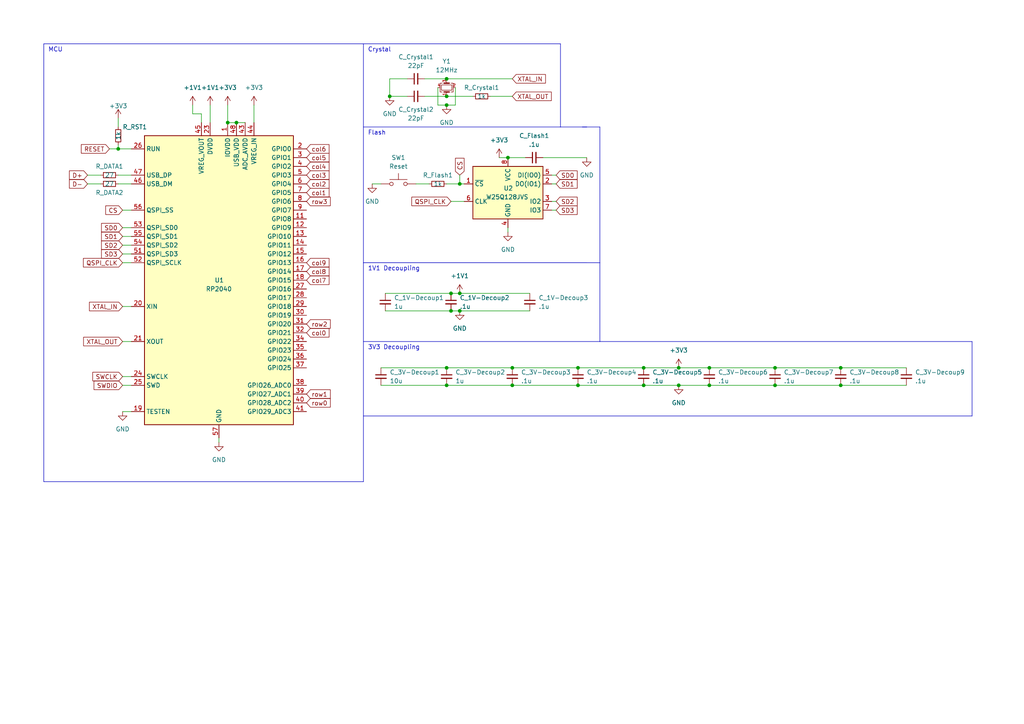
<source format=kicad_sch>
(kicad_sch (version 20230121) (generator eeschema)
  (paper "A4")
  (lib_symbols
    (symbol "Device:C_Small" (pin_numbers hide) (pin_names (offset 0.254) hide)
      (property "Reference" "C" (at 0.254 1.778 0))
      (property "Value" "C_Small" (at 0.254 -2.032 0))
      (symbol "C_Small_0_1"
        (polyline (pts (xy -1.524 -0.508) (xy 1.524 -0.508)) (stroke (width 0.3302)))
        (polyline (pts (xy -1.524 0.508) (xy 1.524 0.508)) (stroke (width 0.3048)))
      )
      (symbol "C_Small_1_1"
        (pin passive line (at 0 2.54 270) (length 2.032) (name "~") (number "1"))
        (pin passive line (at 0 -2.54 90) (length 2.032) (name "~") (number "2"))
      )
    )
    (symbol "Device:Crystal_GND24_Small" (pin_names (offset 1.016) hide)
      (property "Reference" "Y" (at 1.27 4.445 0))
      (property "Value" "Crystal_GND24_Small" (at 1.27 2.54 0))
      (symbol "Crystal_GND24_Small_0_1"
        (rectangle (start -0.762 -1.524) (end 0.762 1.524))
        (polyline (pts (xy -1.27 -0.762) (xy -1.27 0.762)) (stroke (width 0.381)))
        (polyline (pts (xy 1.27 -0.762) (xy 1.27 0.762)) (stroke (width 0.381)))
        (polyline (pts (xy -1.27 -1.27) (xy -1.27 -1.905) (xy 1.27 -1.905) (xy 1.27 -1.27)))
        (polyline (pts (xy -1.27 1.27) (xy -1.27 1.905) (xy 1.27 1.905) (xy 1.27 1.27)))
      )
      (symbol "Crystal_GND24_Small_1_1"
        (pin passive line (at -2.54 0 0) (length 1.27) (name "1") (number "1"))
        (pin passive line (at 0 -2.54 90) (length 0.635) (name "2") (number "2"))
        (pin passive line (at 2.54 0 180) (length 1.27) (name "3") (number "3"))
        (pin passive line (at 0 2.54 270) (length 0.635) (name "4") (number "4"))
      )
    )
    (symbol "Device:R_Small" (pin_numbers hide) (pin_names (offset 0.254) hide)
      (property "Reference" "R" (at 0.762 0.508 0))
      (property "Value" "R_Small" (at 0.762 -1.016 0))
      (symbol "R_Small_0_1"
        (rectangle (start -0.762 1.778) (end 0.762 -1.778) (stroke (width 0.2032)))
      )
      (symbol "R_Small_1_1"
        (pin passive line (at 0 2.54 270) (length 0.762) (name "~") (number "1"))
        (pin passive line (at 0 -2.54 90) (length 0.762) (name "~") (number "2"))
      )
    )
    (symbol "MCU_RaspberryPi:RP2040"
      (property "Reference" "U" (at 17.78 45.72 0))
      (property "Value" "RP2040" (at 17.78 43.18 0))
      (symbol "RP2040_0_1"
        (rectangle (start -21.59 41.91) (end 21.59 -41.91) (stroke (width 0.254)) (fill (type background)))
      )
      (symbol "RP2040_1_1"
        (pin power_in line (at 2.54 45.72 270) (length 3.81) (name "IOVDD") (number "1"))
        (pin passive line (at 2.54 45.72 270) (length 3.81) hide (name "IOVDD") (number "10"))
        (pin bidirectional line (at 25.4 17.78 180) (length 3.81) (name "GPIO8") (number "11"))
        (pin bidirectional line (at 25.4 15.24 180) (length 3.81) (name "GPIO9") (number "12"))
        (pin bidirectional line (at 25.4 12.7 180) (length 3.81) (name "GPIO10") (number "13"))
        (pin bidirectional line (at 25.4 10.16 180) (length 3.81) (name "GPIO11") (number "14"))
        (pin bidirectional line (at 25.4 7.62 180) (length 3.81) (name "GPIO12") (number "15"))
        (pin bidirectional line (at 25.4 5.08 180) (length 3.81) (name "GPIO13") (number "16"))
        (pin bidirectional line (at 25.4 2.54 180) (length 3.81) (name "GPIO14") (number "17"))
        (pin bidirectional line (at 25.4 0 180) (length 3.81) (name "GPIO15") (number "18"))
        (pin input line (at -25.4 -38.1 0) (length 3.81) (name "TESTEN") (number "19"))
        (pin bidirectional line (at 25.4 38.1 180) (length 3.81) (name "GPIO0") (number "2"))
        (pin input line (at -25.4 -7.62 0) (length 3.81) (name "XIN") (number "20"))
        (pin passive line (at -25.4 -17.78 0) (length 3.81) (name "XOUT") (number "21"))
        (pin passive line (at 2.54 45.72 270) (length 3.81) hide (name "IOVDD") (number "22"))
        (pin power_in line (at -2.54 45.72 270) (length 3.81) (name "DVDD") (number "23"))
        (pin output line (at -25.4 -27.94 0) (length 3.81) (name "SWCLK") (number "24"))
        (pin bidirectional line (at -25.4 -30.48 0) (length 3.81) (name "SWD") (number "25"))
        (pin input line (at -25.4 38.1 0) (length 3.81) (name "RUN") (number "26"))
        (pin bidirectional line (at 25.4 -2.54 180) (length 3.81) (name "GPIO16") (number "27"))
        (pin bidirectional line (at 25.4 -5.08 180) (length 3.81) (name "GPIO17") (number "28"))
        (pin bidirectional line (at 25.4 -7.62 180) (length 3.81) (name "GPIO18") (number "29"))
        (pin bidirectional line (at 25.4 35.56 180) (length 3.81) (name "GPIO1") (number "3"))
        (pin bidirectional line (at 25.4 -10.16 180) (length 3.81) (name "GPIO19") (number "30"))
        (pin bidirectional line (at 25.4 -12.7 180) (length 3.81) (name "GPIO20") (number "31"))
        (pin bidirectional line (at 25.4 -15.24 180) (length 3.81) (name "GPIO21") (number "32"))
        (pin passive line (at 2.54 45.72 270) (length 3.81) hide (name "IOVDD") (number "33"))
        (pin bidirectional line (at 25.4 -17.78 180) (length 3.81) (name "GPIO22") (number "34"))
        (pin bidirectional line (at 25.4 -20.32 180) (length 3.81) (name "GPIO23") (number "35"))
        (pin bidirectional line (at 25.4 -22.86 180) (length 3.81) (name "GPIO24") (number "36"))
        (pin bidirectional line (at 25.4 -25.4 180) (length 3.81) (name "GPIO25") (number "37"))
        (pin bidirectional line (at 25.4 -30.48 180) (length 3.81) (name "GPIO26_ADC0") (number "38"))
        (pin bidirectional line (at 25.4 -33.02 180) (length 3.81) (name "GPIO27_ADC1") (number "39"))
        (pin bidirectional line (at 25.4 33.02 180) (length 3.81) (name "GPIO2") (number "4"))
        (pin bidirectional line (at 25.4 -35.56 180) (length 3.81) (name "GPIO28_ADC2") (number "40"))
        (pin bidirectional line (at 25.4 -38.1 180) (length 3.81) (name "GPIO29_ADC3") (number "41"))
        (pin passive line (at 2.54 45.72 270) (length 3.81) hide (name "IOVDD") (number "42"))
        (pin power_in line (at 7.62 45.72 270) (length 3.81) (name "ADC_AVDD") (number "43"))
        (pin power_in line (at 10.16 45.72 270) (length 3.81) (name "VREG_IN") (number "44"))
        (pin power_out line (at -5.08 45.72 270) (length 3.81) (name "VREG_VOUT") (number "45"))
        (pin bidirectional line (at -25.4 27.94 0) (length 3.81) (name "USB_DM") (number "46"))
        (pin bidirectional line (at -25.4 30.48 0) (length 3.81) (name "USB_DP") (number "47"))
        (pin power_in line (at 5.08 45.72 270) (length 3.81) (name "USB_VDD") (number "48"))
        (pin passive line (at 2.54 45.72 270) (length 3.81) hide (name "IOVDD") (number "49"))
        (pin bidirectional line (at 25.4 30.48 180) (length 3.81) (name "GPIO3") (number "5"))
        (pin passive line (at -2.54 45.72 270) (length 3.81) hide (name "DVDD") (number "50"))
        (pin bidirectional line (at -25.4 7.62 0) (length 3.81) (name "QSPI_SD3") (number "51"))
        (pin output line (at -25.4 5.08 0) (length 3.81) (name "QSPI_SCLK") (number "52"))
        (pin bidirectional line (at -25.4 15.24 0) (length 3.81) (name "QSPI_SD0") (number "53"))
        (pin bidirectional line (at -25.4 10.16 0) (length 3.81) (name "QSPI_SD2") (number "54"))
        (pin bidirectional line (at -25.4 12.7 0) (length 3.81) (name "QSPI_SD1") (number "55"))
        (pin bidirectional line (at -25.4 20.32 0) (length 3.81) (name "QSPI_SS") (number "56"))
        (pin power_in line (at 0 -45.72 90) (length 3.81) (name "GND") (number "57"))
        (pin bidirectional line (at 25.4 27.94 180) (length 3.81) (name "GPIO4") (number "6"))
        (pin bidirectional line (at 25.4 25.4 180) (length 3.81) (name "GPIO5") (number "7"))
        (pin bidirectional line (at 25.4 22.86 180) (length 3.81) (name "GPIO6") (number "8"))
        (pin bidirectional line (at 25.4 20.32 180) (length 3.81) (name "GPIO7") (number "9"))
      )
    )
    (symbol "Memory_Flash:W25Q128JVS"
      (property "Reference" "U" (at -8.89 8.89 0))
      (property "Value" "W25Q128JVS" (at 7.62 8.89 0))
      (symbol "W25Q128JVS_0_1"
        (rectangle (start -10.16 7.62) (end 10.16 -7.62) (stroke (width 0.254)) (fill (type background)))
      )
      (symbol "W25Q128JVS_1_1"
        (pin input line (at -12.7 2.54 0) (length 2.54) (name "~{CS}") (number "1"))
        (pin bidirectional line (at 12.7 2.54 180) (length 2.54) (name "DO(IO1)") (number "2"))
        (pin bidirectional line (at 12.7 -2.54 180) (length 2.54) (name "IO2") (number "3"))
        (pin power_in line (at 0 -10.16 90) (length 2.54) (name "GND") (number "4"))
        (pin bidirectional line (at 12.7 5.08 180) (length 2.54) (name "DI(IO0)") (number "5"))
        (pin input line (at -12.7 -2.54 0) (length 2.54) (name "CLK") (number "6"))
        (pin bidirectional line (at 12.7 -5.08 180) (length 2.54) (name "IO3") (number "7"))
        (pin power_in line (at 0 10.16 270) (length 2.54) (name "VCC") (number "8"))
      )
    )
    (symbol "Switch:SW_Push" (pin_numbers hide) (pin_names (offset 1.016) hide)
      (property "Reference" "SW" (at 1.27 2.54 0))
      (property "Value" "SW_Push" (at 0 -1.524 0))
      (symbol "SW_Push_0_1"
        (circle (center -2.032 0) (radius 0.508))
        (polyline (pts (xy 0 1.27) (xy 0 3.048)))
        (polyline (pts (xy 2.54 1.27) (xy -2.54 1.27)))
        (circle (center 2.032 0) (radius 0.508))
        (pin passive line (at -5.08 0 0) (length 2.54) (name "1") (number "1"))
        (pin passive line (at 5.08 0 180) (length 2.54) (name "2") (number "2"))
      )
    )
    (symbol "power:+1V1" (power) (pin_names (offset 0))
      (property "Value" "+1V1" (at 0 3.556 0))
      (symbol "+1V1_0_1"
        (polyline (pts (xy -0.762 1.27) (xy 0 2.54)))
        (polyline (pts (xy 0 0) (xy 0 2.54)))
        (polyline (pts (xy 0 2.54) (xy 0.762 1.27)))
      )
      (symbol "+1V1_1_1"
        (pin power_in line (at 0 0 90) (length 0) hide (name "+1V1") (number "1"))
      )
    )
    (symbol "power:+3V3" (power) (pin_names (offset 0))
      (property "Value" "+3V3" (at 0 3.556 0))
      (symbol "+3V3_0_1"
        (polyline (pts (xy -0.762 1.27) (xy 0 2.54)))
        (polyline (pts (xy 0 0) (xy 0 2.54)))
        (polyline (pts (xy 0 2.54) (xy 0.762 1.27)))
      )
      (symbol "+3V3_1_1"
        (pin power_in line (at 0 0 90) (length 0) hide (name "+3V3") (number "1"))
      )
    )
    (symbol "power:GND" (power) (pin_names (offset 0))
      (property "Value" "GND" (at 0 -3.81 0))
      (symbol "GND_0_1"
        (polyline (pts (xy 0 0) (xy 0 -1.27) (xy 1.27 -1.27) (xy 0 -2.54) (xy -1.27 -1.27) (xy 0 -1.27)))
      )
      (symbol "GND_1_1"
        (pin power_in line (at 0 0 270) (length 0) hide (name "GND") (number "1"))
      )
    )
  )
  (junction (at 243.84 111.76))
  (junction (at 130.81 85.09))
  (junction (at 129.54 111.76))
  (junction (at 130.81 90.17))
  (junction (at 196.85 111.76))
  (junction (at 148.59 111.76))
  (junction (at 129.54 22.86))
  (junction (at 133.35 85.09))
  (junction (at 167.64 106.68))
  (junction (at 129.54 30.48))
  (junction (at 196.85 106.68))
  (junction (at 186.69 111.76))
  (junction (at 205.74 106.68))
  (junction (at 147.32 45.72))
  (junction (at 129.54 27.94))
  (junction (at 113.03 27.94))
  (junction (at 243.84 106.68))
  (junction (at 224.79 106.68))
  (junction (at 148.59 106.68))
  (junction (at 133.35 90.17))
  (junction (at 205.74 111.76))
  (junction (at 224.79 111.76))
  (junction (at 186.69 106.68))
  (junction (at 129.54 106.68))
  (junction (at 167.64 111.76))
  (junction (at 66.04 35.56))
  (junction (at 34.29 43.18))
  (junction (at 68.58 35.56))
  (junction (at 133.35 53.34))
  (wire (pts (xy 35.56 66.04) (xy 38.1 66.04)))
  (polyline (pts (xy 162.56 36.83) (xy 105.41 36.83)))
  (polyline (pts (xy 105.41 76.2) (xy 173.99 76.2)))
  (wire (pts (xy 35.56 76.2) (xy 38.1 76.2)))
  (wire (pts (xy 129.54 111.76) (xy 148.59 111.76)))
  (wire (pts (xy 35.56 99.06) (xy 38.1 99.06)))
  (wire (pts (xy 66.04 35.56) (xy 68.58 35.56)))
  (wire (pts (xy 35.56 68.58) (xy 38.1 68.58)))
  (wire (pts (xy 142.24 27.94) (xy 148.59 27.94)))
  (wire (pts (xy 133.35 50.8) (xy 133.35 53.34)))
  (wire (pts (xy 133.35 53.34) (xy 134.62 53.34)))
  (wire (pts (xy 205.74 106.68) (xy 224.79 106.68)))
  (wire (pts (xy 55.88 30.48) (xy 55.88 33.02)))
  (wire (pts (xy 148.59 111.76) (xy 167.64 111.76)))
  (wire (pts (xy 107.95 53.34) (xy 110.49 53.34)))
  (wire (pts (xy 113.03 27.94) (xy 118.11 27.94)))
  (wire (pts (xy 160.02 60.96) (xy 161.29 60.96)))
  (wire (pts (xy 243.84 106.68) (xy 262.89 106.68)))
  (wire (pts (xy 127 25.4) (xy 127 30.48)))
  (wire (pts (xy 35.56 71.12) (xy 38.1 71.12)))
  (wire (pts (xy 31.75 43.18) (xy 34.29 43.18)))
  (polyline (pts (xy 173.99 36.83) (xy 173.99 76.2)))
  (wire (pts (xy 129.54 22.86) (xy 148.59 22.86)))
  (polyline (pts (xy 105.41 99.06) (xy 173.99 99.06)))
  (polyline (pts (xy 162.56 36.83) (xy 170.18 36.83)))
  (wire (pts (xy 127 30.48) (xy 129.54 30.48)))
  (wire (pts (xy 58.42 33.02) (xy 55.88 33.02)))
  (wire (pts (xy 34.29 50.8) (xy 38.1 50.8)))
  (wire (pts (xy 113.03 22.86) (xy 118.11 22.86)))
  (wire (pts (xy 196.85 111.76) (xy 205.74 111.76)))
  (wire (pts (xy 196.85 106.68) (xy 205.74 106.68)))
  (wire (pts (xy 224.79 111.76) (xy 243.84 111.76)))
  (wire (pts (xy 167.64 111.76) (xy 186.69 111.76)))
  (polyline (pts (xy 173.99 76.2) (xy 173.99 99.06)))
  (wire (pts (xy 130.81 58.42) (xy 134.62 58.42)))
  (wire (pts (xy 129.54 106.68) (xy 148.59 106.68)))
  (polyline (pts (xy 162.56 12.7) (xy 162.56 36.83)))
  (wire (pts (xy 130.81 85.09) (xy 133.35 85.09)))
  (wire (pts (xy 68.58 35.56) (xy 71.12 35.56)))
  (wire (pts (xy 133.35 90.17) (xy 153.67 90.17)))
  (wire (pts (xy 123.19 22.86) (xy 129.54 22.86)))
  (wire (pts (xy 25.4 50.8) (xy 29.21 50.8)))
  (polyline (pts (xy 105.41 12.7) (xy 162.56 12.7)))
  (wire (pts (xy 129.54 27.94) (xy 137.16 27.94)))
  (wire (pts (xy 123.19 27.94) (xy 129.54 27.94)))
  (wire (pts (xy 35.56 60.96) (xy 38.1 60.96)))
  (wire (pts (xy 129.54 53.34) (xy 133.35 53.34)))
  (wire (pts (xy 35.56 73.66) (xy 38.1 73.66)))
  (wire (pts (xy 73.66 30.48) (xy 73.66 35.56)))
  (wire (pts (xy 60.96 30.48) (xy 60.96 35.56)))
  (wire (pts (xy 160.02 50.8) (xy 161.29 50.8)))
  (wire (pts (xy 110.49 106.68) (xy 129.54 106.68)))
  (wire (pts (xy 160.02 58.42) (xy 161.29 58.42)))
  (polyline (pts (xy 281.94 120.65) (xy 105.41 120.65)))
  (wire (pts (xy 130.81 90.17) (xy 133.35 90.17)))
  (wire (pts (xy 113.03 22.86) (xy 113.03 27.94)))
  (wire (pts (xy 243.84 111.76) (xy 262.89 111.76)))
  (wire (pts (xy 157.48 45.72) (xy 170.18 45.72)))
  (wire (pts (xy 35.56 111.76) (xy 38.1 111.76)))
  (polyline (pts (xy 281.94 99.06) (xy 281.94 120.65)))
  (polyline (pts (xy 12.7 12.7) (xy 105.41 12.7)))
  (wire (pts (xy 186.69 106.68) (xy 196.85 106.68)))
  (wire (pts (xy 224.79 106.68) (xy 243.84 106.68)))
  (wire (pts (xy 34.29 43.18) (xy 38.1 43.18)))
  (wire (pts (xy 148.59 106.68) (xy 167.64 106.68)))
  (wire (pts (xy 35.56 88.9) (xy 38.1 88.9)))
  (wire (pts (xy 205.74 111.76) (xy 224.79 111.76)))
  (wire (pts (xy 186.69 111.76) (xy 196.85 111.76)))
  (wire (pts (xy 132.08 30.48) (xy 129.54 30.48)))
  (wire (pts (xy 34.29 41.91) (xy 34.29 43.18)))
  (wire (pts (xy 111.76 85.09) (xy 130.81 85.09)))
  (wire (pts (xy 35.56 109.22) (xy 38.1 109.22)))
  (wire (pts (xy 66.04 30.48) (xy 66.04 35.56)))
  (wire (pts (xy 132.08 25.4) (xy 132.08 30.48)))
  (wire (pts (xy 144.78 45.72) (xy 147.32 45.72)))
  (wire (pts (xy 147.32 66.04) (xy 147.32 67.31)))
  (wire (pts (xy 63.5 127) (xy 63.5 128.27)))
  (polyline (pts (xy 173.99 99.06) (xy 281.94 99.06)))
  (polyline (pts (xy 168.91 36.83) (xy 173.99 36.83)))
  (wire (pts (xy 110.49 111.76) (xy 129.54 111.76)))
  (wire (pts (xy 58.42 35.56) (xy 58.42 33.02)))
  (wire (pts (xy 111.76 90.17) (xy 130.81 90.17)))
  (polyline (pts (xy 12.7 139.7) (xy 105.41 139.7)))
  (wire (pts (xy 160.02 53.34) (xy 161.29 53.34)))
  (wire (pts (xy 167.64 106.68) (xy 186.69 106.68)))
  (polyline (pts (xy 105.41 12.7) (xy 105.41 139.7)))
  (wire (pts (xy 35.56 119.38) (xy 38.1 119.38)))
  (wire (pts (xy 34.29 34.29) (xy 34.29 36.83)))
  (wire (pts (xy 25.4 53.34) (xy 29.21 53.34)))
  (wire (pts (xy 34.29 53.34) (xy 38.1 53.34)))
  (wire (pts (xy 133.35 85.09) (xy 153.67 85.09)))
  (wire (pts (xy 147.32 45.72) (xy 152.4 45.72)))
  (wire (pts (xy 120.65 53.34) (xy 124.46 53.34)))
  (polyline (pts (xy 12.7 139.7) (xy 12.7 12.7)))
  (polyline (pts (xy 105.41 76.2) (xy 170.18 76.2)))
  (text "1V1 Decoupling\n" (at 106.68 78.74 0) (effects (font (size 1.27 1.27)) (justify left bottom)))
  (text "Crystal\n" (at 106.68 15.24 0) (effects (font (size 1.27 1.27)) (justify left bottom)))
  (text "MCU" (at 13.97 15.24 0) (effects (font (size 1.27 1.27)) (justify left bottom)))
  (text "Flash" (at 106.68 39.37 0) (effects (font (size 1.27 1.27)) (justify left bottom)))
  (text "3V3 Decoupling" (at 106.68 101.6 0) (effects (font (size 1.27 1.27)) (justify left bottom)))
  (global_label "col8" (shape input) (at 88.9 78.74 0) (property "Intersheetrefs" "${INTERSHEET_REFS}" (effects hide)))
  (global_label "SD2" (shape input) (at 35.56 71.12 180) (property "Intersheetrefs" "${INTERSHEET_REFS}" (effects hide)))
  (global_label "QSPI_CLK" (shape input) (at 130.81 58.42 180) (property "Intersheetrefs" "${INTERSHEET_REFS}" (effects hide)))
  (global_label "SD3" (shape input) (at 35.56 73.66 180) (property "Intersheetrefs" "${INTERSHEET_REFS}" (effects hide)))
  (global_label "SD0" (shape input) (at 161.29 50.8 0) (property "Intersheetrefs" "${INTERSHEET_REFS}" (effects hide)))
  (global_label "XTAL_OUT" (shape input) (at 148.59 27.94 0) (property "Intersheetrefs" "${INTERSHEET_REFS}" (effects hide)))
  (global_label "col7" (shape input) (at 88.9 81.28 0) (property "Intersheetrefs" "${INTERSHEET_REFS}" (effects hide)))
  (global_label "row3" (shape input) (at 88.9 58.42 0) (property "Intersheetrefs" "${INTERSHEET_REFS}" (effects hide)))
  (global_label "SWCLK" (shape input) (at 35.56 109.22 180) (property "Intersheetrefs" "${INTERSHEET_REFS}" (effects hide)))
  (global_label "col3" (shape input) (at 88.9 50.8 0) (property "Intersheetrefs" "${INTERSHEET_REFS}" (effects hide)))
  (global_label "col5" (shape input) (at 88.9 45.72 0) (property "Intersheetrefs" "${INTERSHEET_REFS}" (effects hide)))
  (global_label "col2" (shape input) (at 88.9 53.34 0) (property "Intersheetrefs" "${INTERSHEET_REFS}" (effects hide)))
  (global_label "col4" (shape input) (at 88.9 48.26 0) (property "Intersheetrefs" "${INTERSHEET_REFS}" (effects hide)))
  (global_label "CS" (shape input) (at 35.56 60.96 180) (property "Intersheetrefs" "${INTERSHEET_REFS}" (effects hide)))
  (global_label "row1" (shape input) (at 88.9 114.3 0) (property "Intersheetrefs" "${INTERSHEET_REFS}" (effects hide)))
  (global_label "D+" (shape input) (at 25.4 50.8 180) (property "Intersheetrefs" "${INTERSHEET_REFS}" (effects hide)))
  (global_label "D-" (shape input) (at 25.4 53.34 180) (property "Intersheetrefs" "${INTERSHEET_REFS}" (effects hide)))
  (global_label "SD0" (shape input) (at 35.56 66.04 180) (property "Intersheetrefs" "${INTERSHEET_REFS}" (effects hide)))
  (global_label "XTAL_IN" (shape input) (at 148.59 22.86 0) (property "Intersheetrefs" "${INTERSHEET_REFS}" (effects hide)))
  (global_label "SD1" (shape input) (at 161.29 53.34 0) (property "Intersheetrefs" "${INTERSHEET_REFS}" (effects hide)))
  (global_label "CS" (shape input) (at 133.35 50.8 90) (property "Intersheetrefs" "${INTERSHEET_REFS}" (effects hide)))
  (global_label "row2" (shape input) (at 88.9 93.98 0) (property "Intersheetrefs" "${INTERSHEET_REFS}" (effects hide)))
  (global_label "SD1" (shape input) (at 35.56 68.58 180) (property "Intersheetrefs" "${INTERSHEET_REFS}" (effects hide)))
  (global_label "col9" (shape input) (at 88.9 76.2 0) (property "Intersheetrefs" "${INTERSHEET_REFS}" (effects hide)))
  (global_label "SD3" (shape input) (at 161.29 60.96 0) (property "Intersheetrefs" "${INTERSHEET_REFS}" (effects hide)))
  (global_label "XTAL_IN" (shape input) (at 35.56 88.9 180) (property "Intersheetrefs" "${INTERSHEET_REFS}" (effects hide)))
  (global_label "SD2" (shape input) (at 161.29 58.42 0) (property "Intersheetrefs" "${INTERSHEET_REFS}" (effects hide)))
  (global_label "XTAL_OUT" (shape input) (at 35.56 99.06 180) (property "Intersheetrefs" "${INTERSHEET_REFS}" (effects hide)))
  (global_label "QSPI_CLK" (shape input) (at 35.56 76.2 180) (property "Intersheetrefs" "${INTERSHEET_REFS}" (effects hide)))
  (global_label "col0" (shape input) (at 88.9 96.52 0) (property "Intersheetrefs" "${INTERSHEET_REFS}" (effects hide)))
  (global_label "RESET" (shape input) (at 31.75 43.18 180) (property "Intersheetrefs" "${INTERSHEET_REFS}" (effects hide)))
  (global_label "row0" (shape input) (at 88.9 116.84 0) (property "Intersheetrefs" "${INTERSHEET_REFS}" (effects hide)))
  (global_label "col1" (shape input) (at 88.9 55.88 0) (property "Intersheetrefs" "${INTERSHEET_REFS}" (effects hide)))
  (global_label "SWDIO" (shape input) (at 35.56 111.76 180) (property "Intersheetrefs" "${INTERSHEET_REFS}" (effects hide)))
  (global_label "col6" (shape input) (at 88.9 43.18 0) (property "Intersheetrefs" "${INTERSHEET_REFS}" (effects hide)))
  (symbol (lib_id "Device:C_Small") (at 224.79 109.22 0) (unit 1)
    (property "Reference" "C_3V-Decoup7" (at 227.33 107.9562 0) (effects (justify left)))
    (property "Value" ".1u" (at 227.33 110.4962 0) (effects (justify left)))
    (property "Footprint" "Capacitor_SMD:C_0402_1005Metric" (effects hide))
  )
  (symbol (lib_id "Device:C_Small") (at 205.74 109.22 0) (unit 1)
    (property "Reference" "C_3V-Decoup6" (at 208.28 107.9562 0) (effects (justify left)))
    (property "Value" ".1u" (at 208.28 110.4962 0) (effects (justify left)))
    (property "Footprint" "Capacitor_SMD:C_0402_1005Metric" (effects hide))
  )
  (symbol (lib_id "Device:C_Small") (at 111.76 87.63 0) (unit 1)
    (property "Reference" "C_1V-Decoup1" (at 114.3 86.3662 0) (effects (justify left)))
    (property "Value" "1u" (at 114.3 88.9062 0) (effects (justify left)))
    (property "Footprint" "Capacitor_SMD:C_0402_1005Metric" (effects hide))
  )
  (symbol (lib_id "power:GND") (at 113.03 27.94 0) (unit 1)
    (property "Reference" "#PWR0109" (effects hide))
    (property "Value" "GND" (at 113.03 33.02 0))
  )
  (symbol (lib_id "power:+3V3") (at 144.78 45.72 0) (unit 1)
    (property "Reference" "#PWR0106" (effects hide))
    (property "Value" "+3V3" (at 144.78 40.64 0))
  )
  (symbol (lib_id "power:GND") (at 170.18 45.72 0) (unit 1)
    (property "Reference" "#PWR0111" (effects hide))
    (property "Value" "GND" (at 170.18 50.8 0))
  )
  (symbol (lib_id "power:GND") (at 107.95 53.34 0) (unit 1)
    (property "Reference" "#PWR0108" (effects hide))
    (property "Value" "GND" (at 107.95 58.42 0))
  )
  (symbol (lib_id "Device:C_Small") (at 262.89 109.22 0) (unit 1)
    (property "Reference" "C_3V-Decoup9" (at 265.43 107.9562 0) (effects (justify left)))
    (property "Value" ".1u" (at 265.43 110.4962 0) (effects (justify left)))
    (property "Footprint" "Capacitor_SMD:C_0402_1005Metric" (effects hide))
  )
  (symbol (lib_id "power:GND") (at 63.5 128.27 0) (unit 1)
    (property "Reference" "#PWR0115" (effects hide))
    (property "Value" "GND" (at 63.5 133.35 0))
  )
  (symbol (lib_id "Device:C_Small") (at 110.49 109.22 0) (unit 1)
    (property "Reference" "C_3V-Decoup1" (at 113.03 107.9562 0) (effects (justify left)))
    (property "Value" "10u" (at 113.03 110.4962 0) (effects (justify left)))
    (property "Footprint" "Capacitor_SMD:C_0402_1005Metric" (effects hide))
  )
  (symbol (lib_id "power:+1V1") (at 133.35 85.09 0) (unit 1)
    (property "Reference" "#PWR0112" (effects hide))
    (property "Value" "+1V1" (at 133.35 80.01 0))
  )
  (symbol (lib_id "power:+3V3") (at 196.85 106.68 0) (unit 1)
    (property "Reference" "#PWR0116" (effects hide))
    (property "Value" "+3V3" (at 196.85 101.6 0))
  )
  (symbol (lib_id "Device:R_Small") (at 31.75 50.8 90) (unit 1)
    (property "Reference" "R_DATA1" (at 31.75 48.26 90))
    (property "Value" "27" (at 31.75 50.8 90))
    (property "Footprint" "Resistor_SMD:R_0402_1005Metric" (effects hide))
  )
  (symbol (lib_id "Device:C_Small") (at 243.84 109.22 0) (unit 1)
    (property "Reference" "C_3V-Decoup8" (at 246.38 107.9562 0) (effects (justify left)))
    (property "Value" ".1u" (at 246.38 110.4962 0) (effects (justify left)))
    (property "Footprint" "Capacitor_SMD:C_0402_1005Metric" (effects hide))
  )
  (symbol (lib_id "Memory_Flash:W25Q128JVS") (at 147.32 55.88 0) (unit 1)
    (property "Reference" "U2" (at 146.05 54.61 0) (effects (justify left)))
    (property "Value" "W25Q128JVS" (at 140.97 57.15 0) (effects (justify left)))
    (property "Footprint" "Package_SO:SOIC-8_5.23x5.23mm_P1.27mm" (effects hide))
    (property "Datasheet" "http://www.winbond.com/resource-files/w25q128jv_dtr%20revc%2003272018%20plus.pdf" (effects hide))
  )
  (symbol (lib_id "Device:C_Small") (at 130.81 87.63 0) (unit 1)
    (property "Reference" "C_1V-Decoup2" (at 133.35 86.3662 0) (effects (justify left)))
    (property "Value" ".1u" (at 133.35 88.9062 0) (effects (justify left)))
    (property "Footprint" "Capacitor_SMD:C_0402_1005Metric" (effects hide))
  )
  (symbol (lib_id "Device:Crystal_GND24_Small") (at 129.54 25.4 90) (unit 1)
    (property "Reference" "Y1" (at 129.54 17.78 90))
    (property "Value" "12MHz" (at 129.54 20.32 90))
    (property "Footprint" "Crystal:Crystal_SMD_3225-4Pin_3.2x2.5mm" (effects hide))
  )
  (symbol (lib_id "power:GND") (at 196.85 111.76 0) (unit 1)
    (property "Reference" "#PWR0117" (effects hide))
    (property "Value" "GND" (at 196.85 116.84 0))
  )
  (symbol (lib_id "Device:C_Small") (at 148.59 109.22 0) (unit 1)
    (property "Reference" "C_3V-Decoup3" (at 151.13 107.9562 0) (effects (justify left)))
    (property "Value" ".1u" (at 151.13 110.4962 0) (effects (justify left)))
    (property "Footprint" "Capacitor_SMD:C_0402_1005Metric" (effects hide))
  )
  (symbol (lib_id "Device:C_Small") (at 153.67 87.63 0) (unit 1)
    (property "Reference" "C_1V-Decoup3" (at 156.21 86.3662 0) (effects (justify left)))
    (property "Value" ".1u" (at 156.21 88.9062 0) (effects (justify left)))
    (property "Footprint" "Capacitor_SMD:C_0402_1005Metric" (effects hide))
  )
  (symbol (lib_id "Device:C_Small") (at 120.65 27.94 90) (unit 1)
    (property "Reference" "C_Crystal2" (at 120.65 31.75 90))
    (property "Value" "22pF" (at 120.65 34.29 90))
    (property "Footprint" "Capacitor_SMD:C_0402_1005Metric" (effects hide))
  )
  (symbol (lib_id "Device:C_Small") (at 154.94 45.72 90) (unit 1)
    (property "Reference" "C_Flash1" (at 154.9463 39.37 90))
    (property "Value" ".1u" (at 154.9463 41.91 90))
    (property "Footprint" "Capacitor_SMD:C_0402_1005Metric" (effects hide))
  )
  (symbol (lib_id "power:GND") (at 129.54 30.48 0) (unit 1)
    (property "Reference" "#PWR0107" (effects hide))
    (property "Value" "GND" (at 129.54 35.56 0))
  )
  (symbol (lib_id "power:+1V1") (at 55.88 30.48 0) (unit 1)
    (property "Reference" "#PWR0102" (effects hide))
    (property "Value" "+1V1" (at 55.88 25.4 0))
  )
  (symbol (lib_id "Device:R_Small") (at 34.29 39.37 0) (unit 1)
    (property "Reference" "R_RST1" (at 35.56 36.83 0) (effects (justify left)))
    (property "Value" "1k" (at 34.29 39.37 90))
    (property "Footprint" "Resistor_SMD:R_0402_1005Metric" (effects hide))
  )
  (symbol (lib_id "MCU_RaspberryPi:RP2040") (at 63.5 81.28 0) (unit 1)
    (property "Reference" "U1" (at 62.23 81.28 0) (effects (justify left)))
    (property "Value" "RP2040" (at 59.69 83.82 0) (effects (justify left)))
    (property "Footprint" "cipulot_parts:RP2040-QFN-56" (effects hide))
    (property "Datasheet" "https://datasheets.raspberrypi.com/rp2040/rp2040-datasheet.pdf" (effects hide))
  )
  (symbol (lib_id "Device:C_Small") (at 167.64 109.22 0) (unit 1)
    (property "Reference" "C_3V-Decoup4" (at 170.18 107.9562 0) (effects (justify left)))
    (property "Value" ".1u" (at 170.18 110.4962 0) (effects (justify left)))
    (property "Footprint" "Capacitor_SMD:C_0402_1005Metric" (effects hide))
  )
  (symbol (lib_id "Device:C_Small") (at 186.69 109.22 0) (unit 1)
    (property "Reference" "C_3V-Decoup5" (at 189.23 107.9562 0) (effects (justify left)))
    (property "Value" ".1u" (at 189.23 110.4962 0) (effects (justify left)))
    (property "Footprint" "Capacitor_SMD:C_0402_1005Metric" (effects hide))
  )
  (symbol (lib_id "power:GND") (at 147.32 67.31 0) (unit 1)
    (property "Reference" "#PWR0110" (effects hide))
    (property "Value" "GND" (at 147.32 72.39 0))
  )
  (symbol (lib_id "power:GND") (at 133.35 90.17 0) (unit 1)
    (property "Reference" "#PWR0113" (effects hide))
    (property "Value" "GND" (at 133.35 95.25 0))
  )
  (symbol (lib_id "Device:R_Small") (at 31.75 53.34 90) (unit 1)
    (property "Reference" "R_DATA2" (at 31.75 55.88 90))
    (property "Value" "27" (at 31.75 53.34 90))
    (property "Footprint" "Resistor_SMD:R_0402_1005Metric" (effects hide))
  )
  (symbol (lib_id "power:+1V1") (at 60.96 30.48 0) (unit 1)
    (property "Reference" "#PWR0103" (effects hide))
    (property "Value" "+1V1" (at 60.96 25.4 0))
  )
  (symbol (lib_id "Device:C_Small") (at 120.65 22.86 90) (unit 1)
    (property "Reference" "C_Crystal1" (at 120.6563 16.51 90))
    (property "Value" "22pF" (at 120.6563 19.05 90))
    (property "Footprint" "Capacitor_SMD:C_0402_1005Metric" (effects hide))
  )
  (symbol (lib_id "Device:C_Small") (at 129.54 109.22 0) (unit 1)
    (property "Reference" "C_3V-Decoup2" (at 132.08 107.9562 0) (effects (justify left)))
    (property "Value" "1u" (at 132.08 110.4962 0) (effects (justify left)))
    (property "Footprint" "Capacitor_SMD:C_0402_1005Metric" (effects hide))
  )
  (symbol (lib_id "Switch:SW_Push") (at 115.57 53.34 0) (unit 1)
    (property "Reference" "SW1" (at 115.57 45.72 0))
    (property "Value" "Reset" (at 115.57 48.26 0))
    (property "Footprint" "Connector_PinHeader_1.27mm:PinHeader_1x02_P1.27mm_Vertical" (effects hide))
  )
  (symbol (lib_id "power:+3V3") (at 34.29 34.29 0) (unit 1)
    (property "Reference" "#PWR0105" (effects hide))
    (property "Value" "+3V3" (at 34.29 30.734 0))
  )
  (symbol (lib_id "Device:R_Small") (at 127 53.34 90) (unit 1)
    (property "Reference" "R_Flash1" (at 127 50.8 90))
    (property "Value" "1k" (at 127 53.34 90))
    (property "Footprint" "Resistor_SMD:R_0402_1005Metric" (effects hide))
  )
  (symbol (lib_id "power:+3V3") (at 66.04 30.48 0) (unit 1)
    (property "Reference" "#PWR0101" (effects hide))
    (property "Value" "+3V3" (at 66.04 25.4 0))
  )
  (symbol (lib_id "Device:R_Small") (at 139.7 27.94 90) (unit 1)
    (property "Reference" "R_Crystal1" (at 139.7 25.4 90))
    (property "Value" "1k" (at 139.7 27.94 90))
    (property "Footprint" "Resistor_SMD:R_0402_1005Metric" (effects hide))
  )
  (symbol (lib_id "power:+3V3") (at 73.66 30.48 0) (unit 1)
    (property "Reference" "#PWR0104" (effects hide))
    (property "Value" "+3V3" (at 73.66 25.4 0))
  )
  (symbol (lib_id "power:GND") (at 35.56 119.38 0) (unit 1)
    (property "Reference" "#PWR0114" (effects hide))
    (property "Value" "GND" (at 35.56 124.46 0))
  )
)
</source>
